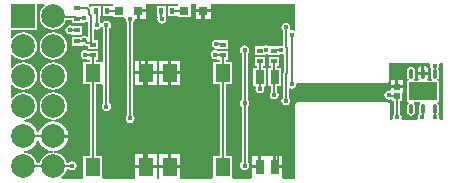
<source format=gtl>
G04*
G04 #@! TF.GenerationSoftware,Altium Limited,Altium Designer,21.1.1 (26)*
G04*
G04 Layer_Physical_Order=1*
G04 Layer_Color=255*
%FSLAX44Y44*%
%MOMM*%
G71*
G04*
G04 #@! TF.SameCoordinates,1E62C949-7E6C-4E94-960E-AF288404BBEF*
G04*
G04*
G04 #@! TF.FilePolarity,Positive*
G04*
G01*
G75*
%ADD11C,0.2000*%
%ADD13R,0.5200X0.5200*%
%ADD14R,0.8000X0.8000*%
%ADD15R,0.5500X0.4500*%
%ADD16R,0.4500X0.5500*%
%ADD17R,0.7600X1.2700*%
%ADD18R,0.7400X1.2700*%
%ADD19R,1.3000X1.5500*%
%ADD20R,2.4000X1.5000*%
%ADD21O,0.4000X0.8000*%
%ADD33C,2.0000*%
%ADD34R,2.0000X2.0000*%
%ADD35C,0.4500*%
G36*
X242961Y128059D02*
X241691Y127380D01*
X241463Y127532D01*
X240000Y127823D01*
X239519Y127728D01*
X239163Y128020D01*
X238592Y128838D01*
X238823Y130000D01*
X238532Y131463D01*
X237704Y132704D01*
X236463Y133532D01*
X235000Y133823D01*
X233537Y133532D01*
X232296Y132704D01*
X231468Y131463D01*
X231177Y130000D01*
X231468Y128537D01*
X232296Y127296D01*
X232451Y127193D01*
Y115536D01*
X231469Y114730D01*
X231000Y114823D01*
X229537Y114532D01*
X229114Y114250D01*
X220750D01*
X220750Y114250D01*
Y114250D01*
X220750Y114250D01*
X219568Y114462D01*
X219463Y114532D01*
X218000Y114823D01*
X216537Y114532D01*
X216114Y114250D01*
X208750D01*
Y106750D01*
X217250D01*
Y106750D01*
X218317Y107240D01*
X219463Y107468D01*
X219480Y107479D01*
X220750Y106800D01*
Y106750D01*
X229250D01*
Y106750D01*
X230520Y107272D01*
X231000Y107177D01*
X231931Y107362D01*
X233201Y106550D01*
Y92367D01*
X233198Y92364D01*
X232645Y91537D01*
X232451Y90561D01*
Y70807D01*
X232296Y70704D01*
X231468Y69463D01*
X231177Y68000D01*
X231468Y66537D01*
X232296Y65296D01*
X233537Y64468D01*
X235000Y64177D01*
X236463Y64468D01*
X237704Y65296D01*
X238532Y66537D01*
X238823Y68000D01*
X238532Y69463D01*
X237704Y70704D01*
X237549Y70807D01*
Y77716D01*
X238819Y78411D01*
X240000Y78177D01*
X241463Y78468D01*
X242704Y79296D01*
X243532Y80537D01*
X243818Y81973D01*
X243832Y82008D01*
X244924Y82976D01*
X245000Y82961D01*
X320000D01*
X320780Y83116D01*
X321442Y83558D01*
X321884Y84220D01*
X322039Y85000D01*
Y99961D01*
X356431D01*
X357239Y98691D01*
X357052Y97750D01*
X357343Y96287D01*
X358165Y95057D01*
X357703Y94366D01*
X357431Y93000D01*
Y89000D01*
X357703Y87634D01*
X358477Y86477D01*
X358786Y86270D01*
X358401Y85000D01*
X355297D01*
X354636Y86270D01*
X355277Y87229D01*
X355629Y89000D01*
Y89730D01*
X346371D01*
Y89000D01*
X346723Y87229D01*
X347364Y86270D01*
X346703Y85000D01*
X343599D01*
X343214Y86270D01*
X343523Y86477D01*
X344297Y87634D01*
X344569Y89000D01*
Y93000D01*
X344297Y94366D01*
X343523Y95523D01*
X342366Y96297D01*
X341000Y96569D01*
X339634Y96297D01*
X338477Y95523D01*
X337703Y94366D01*
X337431Y93000D01*
Y89000D01*
X337703Y87634D01*
X338477Y86477D01*
X338786Y86270D01*
X338401Y85000D01*
X337500D01*
Y67000D01*
X338401D01*
X338786Y65730D01*
X338477Y65523D01*
X337703Y64366D01*
X337431Y63000D01*
Y59000D01*
X337703Y57634D01*
X338477Y56477D01*
X339634Y55703D01*
X341000Y55431D01*
X342366Y55703D01*
X343523Y56477D01*
X344297Y57634D01*
X344569Y59000D01*
Y63000D01*
X344297Y64366D01*
X343523Y65523D01*
X343214Y65730D01*
X343599Y67000D01*
X348401D01*
X348786Y65730D01*
X348477Y65523D01*
X347703Y64366D01*
X347431Y63000D01*
Y59000D01*
X347703Y57634D01*
X348046Y57120D01*
X347797Y56954D01*
X346968Y55713D01*
X346677Y54250D01*
X346864Y53309D01*
X346056Y52039D01*
X333507D01*
X332699Y53309D01*
X332886Y54250D01*
X332595Y55713D01*
X331766Y56954D01*
X331580Y57078D01*
Y67900D01*
X333100D01*
Y74860D01*
X334140D01*
Y78730D01*
X329000D01*
X323860D01*
Y77428D01*
X322590Y76456D01*
X322000Y76573D01*
X320537Y76282D01*
X319296Y75453D01*
X318468Y74213D01*
X318177Y72750D01*
X318468Y71287D01*
X319296Y70046D01*
X320537Y69218D01*
X322000Y68926D01*
X323463Y69218D01*
X323630Y69329D01*
X324900Y68650D01*
Y67900D01*
X326482D01*
Y57036D01*
X326359Y56954D01*
X325530Y55713D01*
X325239Y54250D01*
X325426Y53309D01*
X324618Y52039D01*
X323039D01*
Y65000D01*
X322884Y65780D01*
X322442Y66442D01*
X321780Y66884D01*
X321000Y67039D01*
X245000D01*
X244220Y66884D01*
X243558Y66442D01*
X243116Y65780D01*
X242961Y65000D01*
Y2039D01*
X232312D01*
X231590Y3010D01*
X231590Y3309D01*
Y10630D01*
X225350D01*
Y11900D01*
X224080D01*
Y20790D01*
X220260D01*
X219110Y20790D01*
X217840Y20790D01*
X213920D01*
Y11900D01*
X212650D01*
Y10630D01*
X206310D01*
Y3309D01*
X206310Y3010D01*
X205588Y2039D01*
X190246D01*
X189500Y3000D01*
X189500Y3309D01*
Y21500D01*
X184049D01*
Y82500D01*
X189500D01*
Y101000D01*
X184549D01*
Y102750D01*
X186250D01*
Y110250D01*
X177750D01*
X177750Y110250D01*
Y110250D01*
X177750Y110250D01*
X176568Y110462D01*
X176463Y110532D01*
X175000Y110823D01*
X173537Y110532D01*
X172296Y109704D01*
X171468Y108463D01*
X171177Y107000D01*
X171468Y105537D01*
X172296Y104296D01*
X173537Y103468D01*
X175000Y103177D01*
X176463Y103468D01*
X176480Y103479D01*
X177750Y102800D01*
Y102750D01*
X179451D01*
Y101000D01*
X173500D01*
Y82500D01*
X178951D01*
Y21500D01*
X173500D01*
Y3309D01*
X173500Y3000D01*
X172754Y2039D01*
X145540D01*
Y10980D01*
X136500D01*
X127460D01*
Y2039D01*
X125540D01*
Y10980D01*
X116500D01*
X107460D01*
Y2039D01*
X80246D01*
X79500Y3000D01*
X79500Y3309D01*
Y21500D01*
X74049D01*
Y82500D01*
X79181D01*
X79500Y82500D01*
X80451Y81730D01*
Y65807D01*
X80296Y65704D01*
X79468Y64463D01*
X79177Y63000D01*
X79468Y61537D01*
X80296Y60296D01*
X81537Y59468D01*
X83000Y59177D01*
X84463Y59468D01*
X85704Y60296D01*
X86532Y61537D01*
X86823Y63000D01*
X86532Y64463D01*
X85704Y65704D01*
X85549Y65807D01*
Y129193D01*
X85704Y129296D01*
X86532Y130537D01*
X86823Y132000D01*
X86532Y133463D01*
X85704Y134704D01*
X84463Y135532D01*
X83000Y135823D01*
X81537Y135532D01*
X80296Y134704D01*
X79706Y133819D01*
X79524Y133764D01*
X78476D01*
X78294Y133819D01*
X77704Y134704D01*
X77299Y134974D01*
Y139750D01*
X78250D01*
Y148250D01*
X70750D01*
Y147979D01*
X69480Y147453D01*
X68631Y148302D01*
X68049Y148691D01*
X68256Y149950D01*
X68260Y149961D01*
X87421D01*
X88500Y149500D01*
Y148298D01*
X87250Y148250D01*
Y148250D01*
X79750D01*
Y139750D01*
X87250D01*
Y139750D01*
X88500Y139702D01*
Y138500D01*
X98180D01*
X99222Y137230D01*
X99177Y137000D01*
X99468Y135537D01*
X100296Y134296D01*
X100451Y134193D01*
Y55807D01*
X100296Y55704D01*
X99468Y54463D01*
X99177Y53000D01*
X99468Y51537D01*
X100296Y50296D01*
X101537Y49468D01*
X103000Y49177D01*
X104463Y49468D01*
X105704Y50296D01*
X106532Y51537D01*
X106823Y53000D01*
X106532Y54463D01*
X105704Y55704D01*
X105549Y55807D01*
Y134193D01*
X105704Y134296D01*
X106532Y135537D01*
X106823Y137000D01*
X107201Y137460D01*
X108730D01*
Y144000D01*
X110000D01*
Y145270D01*
X116540D01*
Y149961D01*
X142421D01*
X143500Y149500D01*
X143500Y148298D01*
X142250Y148250D01*
Y148250D01*
X134750D01*
Y139750D01*
X142250D01*
Y139750D01*
X143500Y139702D01*
Y138500D01*
X154500D01*
X154500Y149500D01*
X155579Y149961D01*
X158460D01*
Y145270D01*
X165000D01*
X171540D01*
Y149961D01*
X242961D01*
Y128059D01*
D02*
G37*
G36*
X30957Y148691D02*
X29798Y147802D01*
X27955Y145400D01*
X26796Y142602D01*
X26401Y139600D01*
X26796Y136598D01*
X27955Y133800D01*
X29798Y131398D01*
X32200Y129555D01*
X34998Y128396D01*
X38000Y128001D01*
X41002Y128396D01*
X43800Y129555D01*
X46202Y131398D01*
X48045Y133800D01*
X48957Y136001D01*
X53750D01*
Y133750D01*
X62250D01*
Y133750D01*
X63520Y134272D01*
X64000Y134177D01*
X65463Y134468D01*
X66431Y135114D01*
X67389Y134785D01*
X67701Y134552D01*
Y122448D01*
X67389Y122215D01*
X66431Y121886D01*
X65463Y122532D01*
X64000Y122823D01*
X62537Y122532D01*
X62114Y122250D01*
X53750D01*
Y114750D01*
X62250D01*
Y114750D01*
X63520Y115272D01*
X64000Y115177D01*
X64747Y115325D01*
X65124Y114948D01*
X65951Y114395D01*
X66926Y114201D01*
X67750D01*
Y111750D01*
X76250D01*
Y119250D01*
X72799D01*
Y127549D01*
X74069Y128362D01*
X75000Y128177D01*
X76463Y128468D01*
X77704Y129296D01*
X78294Y130181D01*
X78476Y130236D01*
X79524D01*
X79706Y130181D01*
X80296Y129296D01*
X80451Y129193D01*
Y101770D01*
X79500Y101000D01*
X79181Y101000D01*
X74549D01*
Y102750D01*
X76250D01*
Y110250D01*
X67750D01*
X67750Y110250D01*
Y110250D01*
X67750Y110250D01*
X66568Y110462D01*
X66463Y110532D01*
X65000Y110823D01*
X63537Y110532D01*
X62296Y109704D01*
X61468Y108463D01*
X61177Y107000D01*
X61468Y105537D01*
X62296Y104296D01*
X63537Y103468D01*
X65000Y103177D01*
X66463Y103468D01*
X66480Y103479D01*
X67750Y102800D01*
Y102750D01*
X69451D01*
Y101000D01*
X63500D01*
Y82500D01*
X68951D01*
Y21500D01*
X63500D01*
Y3309D01*
X63500Y3000D01*
X62754Y2039D01*
X45214D01*
X44783Y3309D01*
X46202Y4398D01*
X48045Y6800D01*
X49204Y9598D01*
X49264Y10051D01*
X51664D01*
X52537Y9468D01*
X54000Y9177D01*
X55463Y9468D01*
X56704Y10296D01*
X57532Y11537D01*
X57823Y13000D01*
X57532Y14463D01*
X56704Y15704D01*
X55463Y16532D01*
X54000Y16823D01*
X52537Y16532D01*
X51296Y15704D01*
X50926Y15149D01*
X49264D01*
X49204Y15602D01*
X48045Y18400D01*
X46202Y20802D01*
X43800Y22645D01*
X41002Y23804D01*
X38488Y24135D01*
Y25416D01*
X41274Y25783D01*
X44324Y27046D01*
X46944Y29056D01*
X48954Y31676D01*
X50217Y34726D01*
X50481Y36730D01*
X38000D01*
Y39270D01*
X50481D01*
X50217Y41274D01*
X48954Y44324D01*
X46944Y46944D01*
X44324Y48954D01*
X41274Y50217D01*
X38767Y50547D01*
X38488Y50584D01*
Y51865D01*
X38767Y51902D01*
X41002Y52196D01*
X43800Y53355D01*
X46202Y55198D01*
X48045Y57600D01*
X49204Y60398D01*
X49599Y63400D01*
X49204Y66402D01*
X48045Y69200D01*
X46202Y71602D01*
X43800Y73445D01*
X41002Y74604D01*
X38000Y74999D01*
X34998Y74604D01*
X32200Y73445D01*
X29798Y71602D01*
X27955Y69200D01*
X26796Y66402D01*
X26401Y63400D01*
X26796Y60398D01*
X27955Y57600D01*
X29798Y55198D01*
X32200Y53355D01*
X34998Y52196D01*
X37233Y51902D01*
X37512Y51865D01*
Y50584D01*
X37233Y50547D01*
X34726Y50217D01*
X31676Y48954D01*
X29056Y46944D01*
X27046Y44324D01*
X25987Y41767D01*
X24613D01*
X23554Y44324D01*
X21544Y46944D01*
X18924Y48954D01*
X15874Y50217D01*
X13088Y50584D01*
Y51865D01*
X15602Y52196D01*
X18400Y53355D01*
X20802Y55198D01*
X22645Y57600D01*
X23804Y60398D01*
X24199Y63400D01*
X23804Y66402D01*
X22645Y69200D01*
X20802Y71602D01*
X18400Y73445D01*
X15602Y74604D01*
X12600Y74999D01*
X9598Y74604D01*
X6800Y73445D01*
X4398Y71602D01*
X3309Y70183D01*
X2039Y70614D01*
Y81586D01*
X3309Y82017D01*
X4398Y80598D01*
X6800Y78755D01*
X9598Y77596D01*
X12600Y77201D01*
X15602Y77596D01*
X18400Y78755D01*
X20802Y80598D01*
X22645Y83000D01*
X23804Y85798D01*
X24199Y88800D01*
X23804Y91802D01*
X22645Y94600D01*
X20802Y97002D01*
X18400Y98845D01*
X15602Y100004D01*
X12600Y100399D01*
X9598Y100004D01*
X6800Y98845D01*
X4398Y97002D01*
X3309Y95583D01*
X2039Y96014D01*
Y106986D01*
X3309Y107417D01*
X4398Y105998D01*
X6800Y104155D01*
X9598Y102996D01*
X12600Y102601D01*
X15602Y102996D01*
X18400Y104155D01*
X20802Y105998D01*
X22645Y108400D01*
X23804Y111198D01*
X24199Y114200D01*
X23804Y117202D01*
X22645Y120000D01*
X20802Y122402D01*
X18400Y124245D01*
X15602Y125404D01*
X12600Y125799D01*
X9598Y125404D01*
X6800Y124245D01*
X4398Y122402D01*
X3309Y120983D01*
X2039Y121414D01*
Y128100D01*
X24100D01*
Y149961D01*
X30526D01*
X30957Y148691D01*
D02*
G37*
G36*
X367961Y52039D02*
X365444D01*
X364636Y53309D01*
X364823Y54250D01*
X364532Y55713D01*
X363773Y56850D01*
X364297Y57634D01*
X364569Y59000D01*
Y63000D01*
X364297Y64366D01*
X363523Y65523D01*
X363214Y65730D01*
X363599Y67000D01*
X364500D01*
Y85000D01*
X363599D01*
X363214Y86270D01*
X363523Y86477D01*
X364297Y87634D01*
X364569Y89000D01*
Y93000D01*
X364297Y94366D01*
X363710Y95244D01*
X364407Y96287D01*
X364698Y97750D01*
X364511Y98691D01*
X365319Y99961D01*
X367961D01*
Y52039D01*
D02*
G37*
G36*
X27046Y31676D02*
X29056Y29056D01*
X31676Y27046D01*
X34726Y25783D01*
X37512Y25416D01*
Y24135D01*
X34998Y23804D01*
X32200Y22645D01*
X29798Y20802D01*
X27955Y18400D01*
X26796Y15602D01*
X26736Y15149D01*
X23864D01*
X23804Y15602D01*
X22645Y18400D01*
X20802Y20802D01*
X18400Y22645D01*
X15602Y23804D01*
X13088Y24135D01*
Y25416D01*
X15874Y25783D01*
X18924Y27046D01*
X21544Y29056D01*
X23554Y31676D01*
X24613Y34233D01*
X25987D01*
X27046Y31676D01*
D02*
G37*
%LPC*%
G36*
X171540Y142730D02*
X166270D01*
Y137460D01*
X171540D01*
Y142730D01*
D02*
G37*
G36*
X163730D02*
X158460D01*
Y137460D01*
X163730D01*
Y142730D01*
D02*
G37*
G36*
X116540Y142730D02*
X111270D01*
Y137460D01*
X116540D01*
Y142730D01*
D02*
G37*
G36*
X133250Y148250D02*
X125750D01*
Y139750D01*
X125800D01*
X126479Y138480D01*
X126468Y138463D01*
X126177Y137000D01*
X126468Y135537D01*
X127296Y134296D01*
X128537Y133468D01*
X130000Y133177D01*
X131463Y133468D01*
X132704Y134296D01*
X133532Y135537D01*
X133823Y137000D01*
X133532Y138463D01*
X133462Y138568D01*
X133250Y139750D01*
X133250Y139750D01*
X133250Y139750D01*
Y148250D01*
D02*
G37*
G36*
X176000Y119823D02*
X174537Y119532D01*
X173296Y118704D01*
X172468Y117463D01*
X172177Y116000D01*
X172468Y114537D01*
X173296Y113296D01*
X174537Y112468D01*
X176000Y112177D01*
X176480Y112272D01*
X177750Y111750D01*
Y111750D01*
X186250D01*
Y119250D01*
X177886D01*
X177463Y119532D01*
X176000Y119823D01*
D02*
G37*
G36*
X145540Y102040D02*
X137770D01*
Y93020D01*
X145540D01*
Y102040D01*
D02*
G37*
G36*
X135230D02*
X127460D01*
Y93020D01*
X135230D01*
Y102040D01*
D02*
G37*
G36*
X125540Y102040D02*
X117770D01*
Y93020D01*
X125540D01*
Y102040D01*
D02*
G37*
G36*
X115230D02*
X107460D01*
Y93020D01*
X115230D01*
Y102040D01*
D02*
G37*
G36*
X352270Y97376D02*
Y92270D01*
X355629D01*
Y93000D01*
X355277Y94771D01*
X354273Y96273D01*
X352771Y97277D01*
X352270Y97376D01*
D02*
G37*
G36*
X349730D02*
X349229Y97277D01*
X347727Y96273D01*
X346723Y94771D01*
X346371Y93000D01*
Y92270D01*
X349730D01*
Y97376D01*
D02*
G37*
G36*
X145540Y90480D02*
X137770D01*
Y81460D01*
X145540D01*
Y90480D01*
D02*
G37*
G36*
X135230D02*
X127460D01*
Y81460D01*
X135230D01*
Y90480D01*
D02*
G37*
G36*
X125540Y90480D02*
X117770D01*
Y81460D01*
X125540D01*
Y90480D01*
D02*
G37*
G36*
X115230D02*
X107460D01*
Y81460D01*
X115230D01*
Y90480D01*
D02*
G37*
G36*
X334140Y85140D02*
X330270D01*
Y81270D01*
X334140D01*
Y85140D01*
D02*
G37*
G36*
X327730D02*
X323860D01*
Y81270D01*
X327730D01*
Y85140D01*
D02*
G37*
G36*
X217250Y105250D02*
X208750D01*
Y97750D01*
X210451D01*
Y95950D01*
X207350D01*
Y80250D01*
X208582D01*
X209371Y78980D01*
X209177Y78000D01*
X209468Y76537D01*
X210296Y75296D01*
X211537Y74468D01*
X213000Y74177D01*
X214463Y74468D01*
X215704Y75296D01*
X216532Y76537D01*
X216823Y78000D01*
X216628Y78980D01*
X217418Y80250D01*
X217950D01*
Y95950D01*
X215549D01*
Y97750D01*
X217250D01*
Y105250D01*
D02*
G37*
G36*
X229250D02*
X220750D01*
Y97750D01*
X222451D01*
Y95950D01*
X220050D01*
Y80250D01*
X222451D01*
Y75807D01*
X222296Y75704D01*
X221468Y74463D01*
X221177Y73000D01*
X221468Y71537D01*
X222296Y70296D01*
X223537Y69468D01*
X225000Y69177D01*
X226463Y69468D01*
X227704Y70296D01*
X228532Y71537D01*
X228823Y73000D01*
X228532Y74463D01*
X227704Y75704D01*
X227549Y75807D01*
Y80250D01*
X230650D01*
Y95950D01*
X227549D01*
Y97750D01*
X229250D01*
Y105250D01*
D02*
G37*
G36*
X145540Y22540D02*
X137770D01*
Y13520D01*
X145540D01*
Y22540D01*
D02*
G37*
G36*
X135230D02*
X127460D01*
Y13520D01*
X135230D01*
Y22540D01*
D02*
G37*
G36*
X125540Y22540D02*
X117770D01*
Y13520D01*
X125540D01*
Y22540D01*
D02*
G37*
G36*
X115230D02*
X107460D01*
Y13520D01*
X115230D01*
Y22540D01*
D02*
G37*
G36*
X226620Y20790D02*
Y13170D01*
X231590D01*
Y20790D01*
X226620D01*
D02*
G37*
G36*
X211380D02*
X206310D01*
Y13170D01*
X211380D01*
Y20790D01*
D02*
G37*
G36*
X200000Y114823D02*
X198537Y114532D01*
X197296Y113704D01*
X196468Y112463D01*
X196177Y111000D01*
X196468Y109537D01*
X197296Y108296D01*
X197454Y108191D01*
Y68631D01*
X197299Y68527D01*
X196470Y67287D01*
X196179Y65824D01*
X196470Y64361D01*
X197299Y63120D01*
X197453Y63018D01*
Y15808D01*
X197296Y15704D01*
X196468Y14463D01*
X196177Y13000D01*
X196468Y11537D01*
X197296Y10296D01*
X198537Y9468D01*
X200000Y9177D01*
X201463Y9468D01*
X202704Y10296D01*
X203532Y11537D01*
X203823Y13000D01*
X203532Y14463D01*
X202704Y15704D01*
X202550Y15806D01*
Y63016D01*
X202706Y63120D01*
X203535Y64361D01*
X203826Y65824D01*
X203535Y67287D01*
X202706Y68527D01*
X202552Y68631D01*
Y108195D01*
X202704Y108296D01*
X203532Y109537D01*
X203823Y111000D01*
X203532Y112463D01*
X202704Y113704D01*
X201463Y114532D01*
X200000Y114823D01*
D02*
G37*
G36*
X52000Y131823D02*
X50537Y131532D01*
X49296Y130704D01*
X48468Y129463D01*
X48177Y128000D01*
X48468Y126537D01*
X49296Y125296D01*
X50537Y124468D01*
X52000Y124177D01*
X52480Y124272D01*
X53750Y123750D01*
Y123750D01*
X62250D01*
Y131250D01*
X53886D01*
X53463Y131532D01*
X52000Y131823D01*
D02*
G37*
G36*
X38000Y125799D02*
X34998Y125404D01*
X32200Y124245D01*
X29798Y122402D01*
X27955Y120000D01*
X26796Y117202D01*
X26401Y114200D01*
X26796Y111198D01*
X27955Y108400D01*
X29798Y105998D01*
X32200Y104155D01*
X34998Y102996D01*
X38000Y102601D01*
X41002Y102996D01*
X43800Y104155D01*
X46202Y105998D01*
X48045Y108400D01*
X49204Y111198D01*
X49599Y114200D01*
X49204Y117202D01*
X48045Y120000D01*
X46202Y122402D01*
X43800Y124245D01*
X41002Y125404D01*
X38000Y125799D01*
D02*
G37*
G36*
Y100399D02*
X34998Y100004D01*
X32200Y98845D01*
X29798Y97002D01*
X27955Y94600D01*
X26796Y91802D01*
X26401Y88800D01*
X26796Y85798D01*
X27955Y83000D01*
X29798Y80598D01*
X32200Y78755D01*
X34998Y77596D01*
X38000Y77201D01*
X41002Y77596D01*
X43800Y78755D01*
X46202Y80598D01*
X48045Y83000D01*
X49204Y85798D01*
X49599Y88800D01*
X49204Y91802D01*
X48045Y94600D01*
X46202Y97002D01*
X43800Y98845D01*
X41002Y100004D01*
X38000Y100399D01*
D02*
G37*
%LPD*%
D11*
X329031Y54281D02*
Y71969D01*
Y54281D02*
X329062Y54250D01*
X328625Y72375D02*
X329031Y71969D01*
X350750Y54500D02*
Y60750D01*
X350500Y54250D02*
X350750Y54500D01*
Y60750D02*
X351000Y61000D01*
X361000Y61000D02*
X361000Y61000D01*
X361000Y54250D02*
Y61000D01*
X360938Y91062D02*
X361000Y91000D01*
X360938Y91062D02*
Y97688D01*
X360875Y97750D02*
X360938Y97688D01*
X321458Y80000D02*
X329000D01*
X318708Y77250D02*
X321458Y80000D01*
X318032Y77250D02*
X318708D01*
X322375Y72375D02*
X328625D01*
X322000Y72750D02*
X322375Y72375D01*
X116500Y91750D02*
X136500D01*
X136500Y91750D01*
X164000Y134000D02*
Y143000D01*
X165000Y144000D01*
X168000Y38000D02*
Y130000D01*
X164000Y134000D02*
X168000Y130000D01*
X110000Y120250D02*
X111000Y119250D01*
Y97250D02*
X116500Y91750D01*
X111000Y97250D02*
Y119250D01*
X110000Y120250D02*
Y144000D01*
X115000Y90250D02*
X116500Y91750D01*
X115000Y38000D02*
Y90250D01*
Y13750D02*
Y38000D01*
Y13750D02*
X116500Y12250D01*
X38000Y38000D02*
X54000D01*
X71500Y12250D02*
Y91750D01*
X12600Y38000D02*
X38000D01*
X200001Y13001D02*
Y65822D01*
X200003Y65824D01*
X200000Y13000D02*
X200001Y13001D01*
X53600Y12600D02*
X54000Y13000D01*
X38000Y12600D02*
X53600D01*
X12600D02*
X38000D01*
X70250Y116750D02*
X70750D01*
X66926D02*
X70250D01*
X71500Y115500D02*
X72000D01*
X70250Y116750D02*
Y139714D01*
X58000Y146500D02*
X66828D01*
X70250Y116750D02*
X71500Y115500D01*
X68243Y141722D02*
X70250Y139714D01*
X68243Y141722D02*
Y145086D01*
X66828Y146500D02*
X68243Y145086D01*
X64676Y119000D02*
X66926Y116750D01*
X64000Y119000D02*
X64676D01*
X70750Y116750D02*
X72000Y115500D01*
X58250Y118750D02*
X63750D01*
X58000Y118500D02*
X58250Y118750D01*
X63750D02*
X64000Y119000D01*
X176000Y116000D02*
X176250Y115750D01*
X181750D02*
X182000Y115500D01*
X176250Y115750D02*
X181750D01*
X225000Y110500D02*
X225250Y110750D01*
X230750D01*
X231000Y111000D01*
X235000Y113717D02*
Y130000D01*
Y113717D02*
X235750Y112968D01*
X235000Y68000D02*
Y90561D01*
X235750Y91311D01*
Y112968D01*
X200000Y111000D02*
X200003Y110997D01*
Y65824D02*
Y110997D01*
X228050Y14600D02*
Y45698D01*
X225350Y11900D02*
X228050Y14600D01*
Y45698D02*
X230000Y47648D01*
Y77000D01*
X328000Y81000D02*
X329000Y80000D01*
X328000Y97828D02*
X329172Y99000D01*
X349828D01*
X328000Y81000D02*
Y97828D01*
X351000Y91000D02*
Y97828D01*
X349828Y99000D02*
X351000Y97828D01*
X240000Y82000D02*
Y124000D01*
X58250Y137750D02*
X63750D01*
X58000Y137500D02*
X58250Y137750D01*
X63750D02*
X64000Y138000D01*
X83000Y63000D02*
Y132000D01*
X74750Y132250D02*
Y143750D01*
Y132250D02*
X75000Y132000D01*
X225000Y87750D02*
X225350Y88100D01*
X225000Y73000D02*
Y87750D01*
X212650Y88100D02*
X213000Y87750D01*
Y78000D02*
Y87750D01*
Y88450D02*
Y101500D01*
X212650Y88100D02*
X213000Y88450D01*
X225000Y88450D02*
Y101500D01*
Y88450D02*
X225350Y88100D01*
X103000Y53000D02*
Y137000D01*
X129500Y137500D02*
Y144000D01*
Y137500D02*
X130000Y137000D01*
X74500Y144000D02*
X74750Y143750D01*
X138500Y144000D02*
X149000D01*
X83500D02*
X94000D01*
X39050Y138550D02*
X56950D01*
X38000Y139600D02*
X39050Y138550D01*
X56950D02*
X58000Y137500D01*
X52000Y128000D02*
X57500D01*
X58000Y127500D01*
X175500Y106500D02*
X182000D01*
X175000Y107000D02*
X175500Y106500D01*
X181500Y91750D02*
X182000Y92250D01*
Y106500D01*
X181500Y12250D02*
Y91750D01*
X65500Y106500D02*
X72000D01*
X65000Y107000D02*
X65500Y106500D01*
X71500Y91750D02*
X72000Y92250D01*
Y106500D01*
D13*
X329000Y72000D02*
D03*
Y80000D02*
D03*
D14*
X94000Y144000D02*
D03*
X110000D02*
D03*
X149000D02*
D03*
X165000D02*
D03*
D15*
X58000Y137500D02*
D03*
Y146500D02*
D03*
Y127500D02*
D03*
Y118500D02*
D03*
X213000Y101500D02*
D03*
Y110500D02*
D03*
X225000Y101500D02*
D03*
Y110500D02*
D03*
X182000Y106500D02*
D03*
Y115500D02*
D03*
X72000Y106500D02*
D03*
Y115500D02*
D03*
D16*
X83500Y144000D02*
D03*
X74500D02*
D03*
X138500D02*
D03*
X129500D02*
D03*
D17*
X225350Y88100D02*
D03*
X212650D02*
D03*
Y11900D02*
D03*
D18*
X225350D02*
D03*
D19*
X136500Y12250D02*
D03*
Y91750D02*
D03*
X181500Y12250D02*
D03*
Y91750D02*
D03*
X116500Y91750D02*
D03*
Y12250D02*
D03*
X71500Y91750D02*
D03*
Y12250D02*
D03*
D20*
X351000Y76000D02*
D03*
D21*
X361000Y61000D02*
D03*
X351000D02*
D03*
X341000D02*
D03*
Y91000D02*
D03*
X351000D02*
D03*
X361000D02*
D03*
D33*
X38000Y12600D02*
D03*
X12600D02*
D03*
X38000Y38000D02*
D03*
X12600D02*
D03*
X38000Y63400D02*
D03*
X12600D02*
D03*
X38000Y114200D02*
D03*
Y139600D02*
D03*
X12600Y114200D02*
D03*
Y88800D02*
D03*
X38000D02*
D03*
D34*
X12600Y139600D02*
D03*
D35*
X329062Y54250D02*
D03*
X350500D02*
D03*
X361000D02*
D03*
X360875Y97750D02*
D03*
X318032Y77250D02*
D03*
X322000Y72750D02*
D03*
X84000Y30000D02*
D03*
X139000Y62000D02*
D03*
X207000Y144000D02*
D03*
X190000Y55000D02*
D03*
X189000Y31000D02*
D03*
X213000Y48000D02*
D03*
X92000Y93000D02*
D03*
X59000Y87000D02*
D03*
Y28000D02*
D03*
X89000Y44000D02*
D03*
X140000Y50000D02*
D03*
X159000Y61000D02*
D03*
X235822Y37818D02*
D03*
X231000Y142000D02*
D03*
X190000Y140000D02*
D03*
X157000Y97000D02*
D03*
X151000Y56000D02*
D03*
X124000Y54000D02*
D03*
X95000Y27000D02*
D03*
X168000Y38000D02*
D03*
X115000D02*
D03*
X54000D02*
D03*
X200000Y13000D02*
D03*
X54000D02*
D03*
X64000Y119000D02*
D03*
X176000Y116000D02*
D03*
X218000Y111000D02*
D03*
X231000D02*
D03*
X200000D02*
D03*
X200003Y65824D02*
D03*
X230000Y77000D02*
D03*
X240000Y124000D02*
D03*
Y82000D02*
D03*
X64000Y138000D02*
D03*
X83000Y132000D02*
D03*
X75000D02*
D03*
X235000Y130000D02*
D03*
Y68000D02*
D03*
X225000Y73000D02*
D03*
X213000Y78000D02*
D03*
X103000Y53000D02*
D03*
Y137000D02*
D03*
X130000D02*
D03*
X83000Y63000D02*
D03*
X52000Y128000D02*
D03*
X175000Y107000D02*
D03*
X65000D02*
D03*
M02*

</source>
